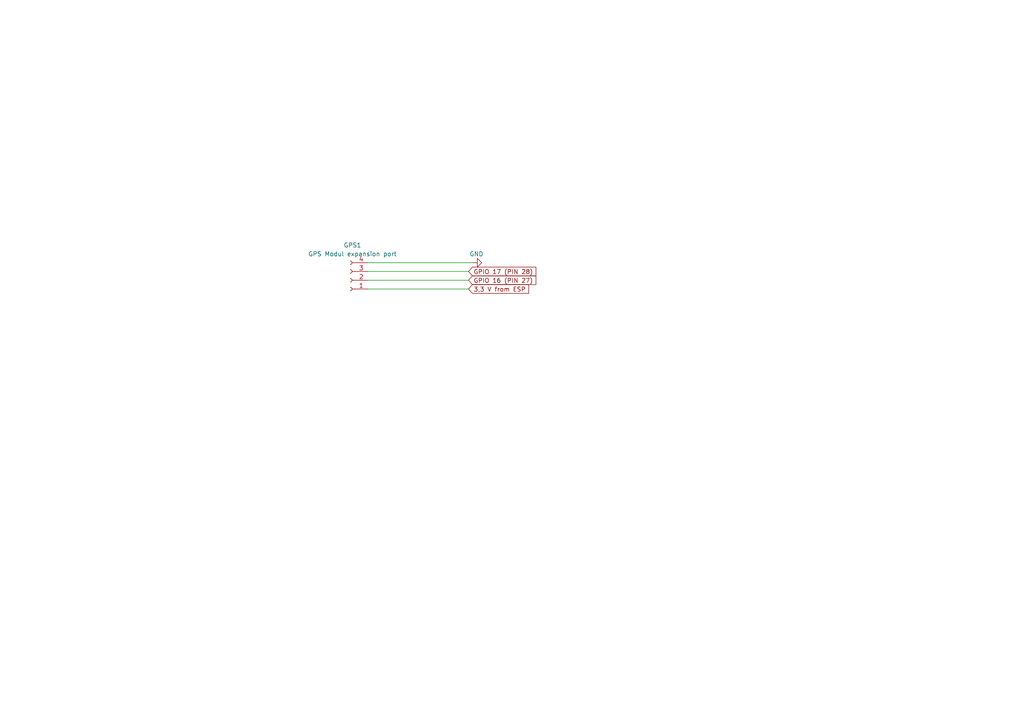
<source format=kicad_sch>
(kicad_sch (version 20250114) (generator "eeschema") (generator_version "9.0")
  (paper "A4")
  (title_block (title "GPS Modul expansion port") (comment 1 "Subsheet Brake Out Borad") (comment 2 "(c) Norbert Schechner"))
  (lib_symbols
    (symbol "Connector:Conn_01x04_Socket" (pin_names (offset 1.016) (hide yes))
      (property "Reference" "J" (at 0 5.08 0))
      (property "Value" "Conn_01x04_Socket" (at 0 -7.62 0))
      (symbol "Conn_01x04_Socket_1_1"
        (polyline (pts (xy -1.27 2.54) (xy -0.508 2.54)) (stroke (width 0.1524)))
        (polyline (pts (xy -1.27 0) (xy -0.508 0)) (stroke (width 0.1524)))
        (polyline (pts (xy -1.27 -2.54) (xy -0.508 -2.54)) (stroke (width 0.1524)))
        (polyline (pts (xy -1.27 -5.08) (xy -0.508 -5.08)) (stroke (width 0.1524)))
        (arc (start 0 2.032) (mid -0.5058 2.54) (end 0 3.048) (stroke (width 0.1524)))
        (arc (start 0 -0.508) (mid -0.5058 0) (end 0 0.508) (stroke (width 0.1524)))
        (arc (start 0 -3.048) (mid -0.5058 -2.54) (end 0 -2.032) (stroke (width 0.1524)))
        (arc (start 0 -5.588) (mid -0.5058 -5.08) (end 0 -4.572) (stroke (width 0.1524)))
        (pin passive line (at -5.08 2.54 0) (length 3.81) (name "Pin_1") (number "1"))
        (pin passive line (at -5.08 0 0) (length 3.81) (name "Pin_2") (number "2"))
        (pin passive line (at -5.08 -2.54 0) (length 3.81) (name "Pin_3") (number "3"))
        (pin passive line (at -5.08 -5.08 0) (length 3.81) (name "Pin_4") (number "4"))
      )
    )
    (symbol "power:GND" (power) (pin_numbers (hide yes)) (pin_names (offset 0) (hide yes))
      (property "Value" "GND" (at 0 -3.81 0))
      (symbol "GND_0_1"
        (polyline (pts (xy 0 0) (xy 0 -1.27) (xy 1.27 -1.27) (xy 0 -2.54) (xy -1.27 -1.27) (xy 0 -1.27)))
      )
      (symbol "GND_1_1"
        (pin power_in line (at 0 0 270) (length 0) (name "~") (number "1"))
      )
    )
  )
  (wire (pts (xy 106.68 81.28) (xy 135.89 81.28)))
  (wire (pts (xy 106.68 76.2) (xy 137.16 76.2)))
  (wire (pts (xy 106.68 83.82) (xy 135.89 83.82)))
  (wire (pts (xy 106.68 78.74) (xy 135.89 78.74)))
  (global_label "GPIO 17 (PIN 28)" (shape input) (at 135.89 78.74 0) (property "Intersheetrefs" "${INTERSHEET_REFS}" (at 155.99 78.74 0) (effects (justify left))))
  (global_label "3,3 V from ESP" (shape input) (at 135.89 83.82 0) (property "Intersheetrefs" "${INTERSHEET_REFS}" (at 153.8731 83.82 0) (effects (justify left))))
  (global_label "GPIO 16 (PIN 27)" (shape input) (at 135.89 81.28 0) (property "Intersheetrefs" "${INTERSHEET_REFS}" (at 155.99 81.28 0) (effects (justify left))))
  (symbol (lib_id "Connector:Conn_01x04_Socket") (at 101.6 81.28 180) (unit 1)
    (property "Reference" "GPS1" (at 102.235 71.12 0))
    (property "Value" "GPS Modul expansion port" (at 102.235 73.66 0))
    (property "Footprint" "Connector_PinSocket_2.54mm:PinSocket_1x04_P2.54mm_Vertical" (effects (hide yes)))
    (property "Description" "Generic connector, single row, 01x04, script generated" (effects (hide yes)))
  )
  (symbol (lib_id "power:GND") (at 137.16 76.2 90) (unit 1)
    (property "Reference" "#PWR16" (effects (hide yes)))
    (property "Value" "GND" (at 136.144 73.66 90) (effects (justify right)))
    (property "Description" "Power symbol creates a global label with name \"GND\" , ground" (effects (hide yes)))
  )
)
</source>
